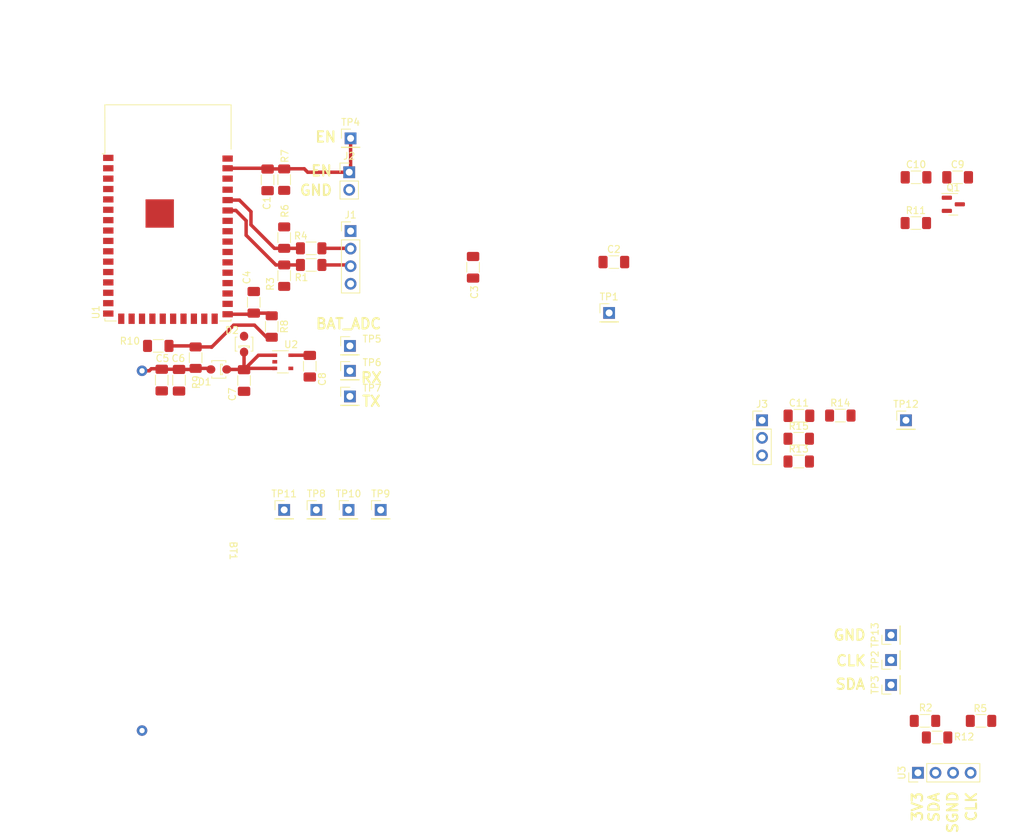
<source format=kicad_pcb>
(kicad_pcb (version 20211014) (generator pcbnew)
  (layers (0 "F.Cu" signal) (31 "B.Cu" signal) (34 "B.Paste" user) (35 "F.Paste" user) (36 "B.SilkS" user "B.Silkscreen") (37 "F.SilkS" user "F.Silkscreen") (38 "B.Mask" user) (39 "F.Mask" user) (44 "Edge.Cuts" user))
  (net 0 "")
  (net 1 "+BATT")
  (net 2 "GND")
  (net 3 "/ESP32_SOLO/ENABLE")
  (net 4 "+3V3")
  (net 5 "Net-(C4-Pad1)")
  (net 6 "Net-(C7-Pad1)")
  (net 7 "+5V")
  (net 8 "Net-(J1-Pad2)")
  (net 9 "Net-(J1-Pad3)")
  (net 10 "Net-(Q1-Pad1)")
  (net 11 "/sensor/sensor_gnd")
  (net 12 "/ESP32_SOLO/TXD0")
  (net 13 "SDA")
  (net 14 "/ESP32_SOLO/RXD0")
  (net 15 "CLK")
  (net 16 "ADC_IN")
  (net 17 "SENSOR_ON")
  (net 21 "ADC_SNS_IN")
  (net 50 "Net-(J3-Pad2)")
  (footprint "Capacitor_SMD:C_1206_3216Metric_Pad1.33x1.80mm_HandSolder" (layer "F.Cu") (at 151.2 77.4)
    (fp_text reference "C11" (at 0 -1.85) (layer "F.SilkS"))
    (fp_text value "200nf")
    (fp_line (start -0.711252 0.91) (end 0.711252 0.91) (layer "F.SilkS") (width 0.12))
    (fp_line (start -0.711252 -0.91) (end 0.711252 -0.91) (layer "F.SilkS") (width 0.12))
    (pad "1" smd roundrect locked (at -1.5625 0) (size 1.325 1.8) (layers "F.Cu" "F.Paste" "F.Mask") (roundrect_rratio 0.188679) (net 21 "ADC_SNS_IN"))
    (pad "2" smd roundrect locked (at 1.5625 0) (size 1.325 1.8) (layers "F.Cu" "F.Paste" "F.Mask") (roundrect_rratio 0.188679) (net 11 "/sensor/sensor_gnd"))
  )
  (footprint "Resistor_SMD:R_1206_3216Metric_Pad1.30x1.75mm_HandSolder" (layer "F.Cu") (at 76.8 43.27 90)
    (fp_text reference "R7" (at 3.4 0.1 90) (layer "F.SilkS"))
    (fp_text value "10k")
    (fp_line (start -0.727064 -0.91) (end 0.727064 -0.91) (layer "F.SilkS") (width 0.12))
    (fp_line (start -0.727064 0.91) (end 0.727064 0.91) (layer "F.SilkS") (width 0.12))
    (pad "1" smd roundrect locked (at -1.55 0 90) (size 1.3 1.75) (layers "F.Cu" "F.Paste" "F.Mask") (roundrect_rratio 0.192308) (net 4 "+3V3"))
    (pad "2" smd roundrect locked (at 1.55 0 90) (size 1.3 1.75) (layers "F.Cu" "F.Paste" "F.Mask") (roundrect_rratio 0.192308) (net 3 "/ESP32_SOLO/ENABLE"))
  )
  (footprint "Connector_PinHeader_2.54mm:PinHeader_1x01_P2.54mm_Vertical" (layer "F.Cu") (at 123.767 62.533)
    (fp_text reference "TP1" (at 0 -2.33) (layer "F.SilkS"))
    (fp_text value "TestPoint")
    (fp_line (start -1.33 1.27) (end 1.33 1.27) (layer "F.SilkS") (width 0.12))
    (fp_line (start -1.33 1.33) (end 1.33 1.33) (layer "F.SilkS") (width 0.12))
    (fp_line (start -1.33 0) (end -1.33 -1.33) (layer "F.SilkS") (width 0.12))
    (fp_line (start -1.33 1.27) (end -1.33 1.33) (layer "F.SilkS") (width 0.12))
    (fp_line (start -1.33 -1.33) (end 0 -1.33) (layer "F.SilkS") (width 0.12))
    (fp_line (start 1.33 1.27) (end 1.33 1.33) (layer "F.SilkS") (width 0.12))
    (pad "1" thru_hole rect locked (at 0 0) (size 1.7 1.7) (drill 1) (layers *.Cu *.Mask) (net 17 "SENSOR_ON"))
  )
  (footprint "Resistor_SMD:R_1206_3216Metric_Pad1.30x1.75mm_HandSolder" (layer "F.Cu") (at 58.6 67.3 180)
    (fp_text reference "R10" (at 4.1 0.7) (layer "F.SilkS"))
    (fp_text value "325K")
    (fp_line (start -0.727064 0.91) (end 0.727064 0.91) (layer "F.SilkS") (width 0.12))
    (fp_line (start -0.727064 -0.91) (end 0.727064 -0.91) (layer "F.SilkS") (width 0.12))
    (pad "1" smd roundrect locked (at -1.55 0 180) (size 1.3 1.75) (layers "F.Cu" "F.Paste" "F.Mask") (roundrect_rratio 0.192308) (net 16 "ADC_IN"))
    (pad "2" smd roundrect locked (at 1.55 0 180) (size 1.3 1.75) (layers "F.Cu" "F.Paste" "F.Mask") (roundrect_rratio 0.192308) (net 2 "GND"))
  )
  (footprint "Resistor_SMD:R_1206_3216Metric_Pad1.30x1.75mm_HandSolder" (layer "F.Cu") (at 169.42 121.5 180)
    (fp_text reference "R2" (at -0.1 1.9) (layer "F.SilkS"))
    (fp_text value "4.7k")
    (fp_line (start -0.727064 -0.91) (end 0.727064 -0.91) (layer "F.SilkS") (width 0.12))
    (fp_line (start -0.727064 0.91) (end 0.727064 0.91) (layer "F.SilkS") (width 0.12))
    (pad "1" smd roundrect locked (at -1.55 0 180) (size 1.3 1.75) (layers "F.Cu" "F.Paste" "F.Mask") (roundrect_rratio 0.192308) (net 13 "SDA"))
    (pad "2" smd roundrect locked (at 1.55 0 180) (size 1.3 1.75) (layers "F.Cu" "F.Paste" "F.Mask") (roundrect_rratio 0.192308) (net 4 "+3V3"))
  )
  (footprint "Connector_PinHeader_2.54mm:PinHeader_1x01_P2.54mm_Vertical" (layer "F.Cu") (at 86.4 37.3)
    (fp_text reference "TP4" (at 0 -2.33) (layer "F.SilkS"))
    (fp_text value "TestPoint" hide)
    (fp_line (start -1.33 1.33) (end 1.33 1.33) (layer "F.SilkS") (width 0.12))
    (fp_line (start -1.33 -1.33) (end 0 -1.33) (layer "F.SilkS") (width 0.12))
    (fp_line (start -1.33 1.27) (end -1.33 1.33) (layer "F.SilkS") (width 0.12))
    (fp_line (start 1.33 1.27) (end 1.33 1.33) (layer "F.SilkS") (width 0.12))
    (fp_line (start -1.33 1.27) (end 1.33 1.27) (layer "F.SilkS") (width 0.12))
    (fp_line (start -1.33 0) (end -1.33 -1.33) (layer "F.SilkS") (width 0.12))
    (pad "1" thru_hole rect locked (at 0 0) (size 1.7 1.7) (drill 1) (layers *.Cu *.Mask) (net 3 "/ESP32_SOLO/ENABLE"))
  )
  (footprint "Connector_PinHeader_2.54mm:PinHeader_1x01_P2.54mm_Vertical" (layer "F.Cu") (at 164.52 116.3 90)
    (fp_text reference "TP3" (at 0 -2.33 90) (layer "F.SilkS"))
    (fp_text value "TestPoint" hide)
    (fp_line (start -1.33 1.27) (end -1.33 1.33) (layer "F.SilkS") (width 0.12))
    (fp_line (start 1.33 1.27) (end 1.33 1.33) (layer "F.SilkS") (width 0.12))
    (fp_line (start -1.33 0) (end -1.33 -1.33) (layer "F.SilkS") (width 0.12))
    (fp_line (start -1.33 1.27) (end 1.33 1.27) (layer "F.SilkS") (width 0.12))
    (fp_line (start -1.33 -1.33) (end 0 -1.33) (layer "F.SilkS") (width 0.12))
    (fp_line (start -1.33 1.33) (end 1.33 1.33) (layer "F.SilkS") (width 0.12))
    (pad "1" thru_hole rect locked (at 0 0 90) (size 1.7 1.7) (drill 1) (layers *.Cu *.Mask) (net 13 "SDA"))
  )
  (footprint "Resistor_SMD:R_1206_3216Metric_Pad1.30x1.75mm_HandSolder" (layer "F.Cu") (at 177.52 121.5)
    (fp_text reference "R5" (at -0.1 -1.8) (layer "F.SilkS"))
    (fp_text value "4.7k")
    (fp_line (start -0.727064 0.91) (end 0.727064 0.91) (layer "F.SilkS") (width 0.12))
    (fp_line (start -0.727064 -0.91) (end 0.727064 -0.91) (layer "F.SilkS") (width 0.12))
    (pad "1" smd roundrect locked (at -1.55 0) (size 1.3 1.75) (layers "F.Cu" "F.Paste" "F.Mask") (roundrect_rratio 0.192308) (net 15 "CLK"))
    (pad "2" smd roundrect locked (at 1.55 0) (size 1.3 1.75) (layers "F.Cu" "F.Paste" "F.Mask") (roundrect_rratio 0.192308) (net 4 "+3V3"))
  )
  (footprint "Connector_PinHeader_2.54mm:PinHeader_1x01_P2.54mm_Vertical" (layer "F.Cu") (at 86.3 74.6)
    (fp_text reference "TP7" (at 3.2 -1.2) (layer "F.SilkS"))
    (fp_text value "TestPoint" hide)
    (fp_line (start -1.33 1.33) (end 1.33 1.33) (layer "F.SilkS") (width 0.12))
    (fp_line (start -1.33 0) (end -1.33 -1.33) (layer "F.SilkS") (width 0.12))
    (fp_line (start -1.33 1.27) (end -1.33 1.33) (layer "F.SilkS") (width 0.12))
    (fp_line (start -1.33 -1.33) (end 0 -1.33) (layer "F.SilkS") (width 0.12))
    (fp_line (start -1.33 1.27) (end 1.33 1.27) (layer "F.SilkS") (width 0.12))
    (fp_line (start 1.33 1.27) (end 1.33 1.33) (layer "F.SilkS") (width 0.12))
    (pad "1" thru_hole rect locked (at 0 0) (size 1.7 1.7) (drill 1) (layers *.Cu *.Mask) (net 12 "/ESP32_SOLO/TXD0"))
  )
  (footprint "Capacitor_SMD:C_1206_3216Metric_Pad1.33x1.80mm_HandSolder" (layer "F.Cu") (at 59.1 72.2375 -90)
    (fp_text reference "C5" (at -3.1375 -0.1 180) (layer "F.SilkS"))
    (fp_text value "200nf")
    (fp_line (start -0.711252 -0.91) (end 0.711252 -0.91) (layer "F.SilkS") (width 0.12))
    (fp_line (start -0.711252 0.91) (end 0.711252 0.91) (layer "F.SilkS") (width 0.12))
    (pad "1" smd roundrect locked (at -1.5625 0 270) (size 1.325 1.8) (layers "F.Cu" "F.Paste" "F.Mask") (roundrect_rratio 0.188679) (net 1 "+BATT"))
    (pad "2" smd roundrect locked (at 1.5625 0 270) (size 1.325 1.8) (layers "F.Cu" "F.Paste" "F.Mask") (roundrect_rratio 0.188679) (net 2 "GND"))
  )
  (footprint "Connector_PinHeader_2.54mm:PinHeader_1x03_P2.54mm_Vertical" (layer "F.Cu") (at 145.87 78.05)
    (fp_text reference "J3" (at 0 -2.33) (layer "F.SilkS"))
    (fp_text value "Conn_01x03_Male")
    (fp_line (start -1.33 1.27) (end -1.33 6.41) (layer "F.SilkS") (width 0.12))
    (fp_line (start -1.33 0) (end -1.33 -1.33) (layer "F.SilkS") (width 0.12))
    (fp_line (start -1.33 -1.33) (end 0 -1.33) (layer "F.SilkS") (width 0.12))
    (fp_line (start 1.33 1.27) (end 1.33 6.41) (layer "F.SilkS") (width 0.12))
    (fp_line (start -1.33 1.27) (end 1.33 1.27) (layer "F.SilkS") (width 0.12))
    (fp_line (start -1.33 6.41) (end 1.33 6.41) (layer "F.SilkS") (width 0.12))
    (pad "1" thru_hole rect locked (at 0 0) (size 1.7 1.7) (drill 1) (layers *.Cu *.Mask) (net 11 "/sensor/sensor_gnd"))
    (pad "2" thru_hole oval locked (at 0 2.54) (size 1.7 1.7) (drill 1) (layers *.Cu *.Mask) (net 50 "Net-(J3-Pad2)"))
    (pad "3" thru_hole oval locked (at 0 5.08) (size 1.7 1.7) (drill 1) (layers *.Cu *.Mask) (net 4 "+3V3"))
  )
  (footprint "Connector_PinHeader_2.54mm:PinHeader_1x01_P2.54mm_Vertical" (layer "F.Cu") (at 166.67 78.05)
    (fp_text reference "TP12" (at 0 -2.33) (layer "F.SilkS"))
    (fp_text value "TestPoint")
    (fp_line (start -1.33 -1.33) (end 0 -1.33) (layer "F.SilkS") (width 0.12))
    (fp_line (start -1.33 0) (end -1.33 -1.33) (layer "F.SilkS") (width 0.12))
    (fp_line (start -1.33 1.27) (end -1.33 1.33) (layer "F.SilkS") (width 0.12))
    (fp_line (start -1.33 1.27) (end 1.33 1.27) (layer "F.SilkS") (width 0.12))
    (fp_line (start -1.33 1.33) (end 1.33 1.33) (layer "F.SilkS") (width 0.12))
    (fp_line (start 1.33 1.27) (end 1.33 1.33) (layer "F.SilkS") (width 0.12))
    (pad "1" thru_hole rect locked (at 0 0) (size 1.7 1.7) (drill 1) (layers *.Cu *.Mask) (net 21 "ADC_SNS_IN"))
  )
  (footprint "Capacitor_SMD:C_1206_3216Metric_Pad1.33x1.80mm_HandSolder" (layer "F.Cu") (at 72.4 61 90)
    (fp_text reference "C4" (at 3.6 -1 90) (layer "F.SilkS"))
    (fp_text value "1U")
    (fp_line (start -0.711252 0.91) (end 0.711252 0.91) (layer "F.SilkS") (width 0.12))
    (fp_line (start -0.711252 -0.91) (end 0.711252 -0.91) (layer "F.SilkS") (width 0.12))
    (pad "1" smd roundrect locked (at -1.5625 0 90) (size 1.325 1.8) (layers "F.Cu" "F.Paste" "F.Mask") (roundrect_rratio 0.188679) (net 5 "Net-(C4-Pad1)"))
    (pad "2" smd roundrect locked (at 1.5625 0 90) (size 1.325 1.8) (layers "F.Cu" "F.Paste" "F.Mask") (roundrect_rratio 0.188679) (net 2 "GND"))
  )
  (footprint "Capacitor_SMD:C_1206_3216Metric_Pad1.33x1.80mm_HandSolder" (layer "F.Cu") (at 74.4 43.3 90)
    (fp_text reference "C1" (at -3.3625 -0.1 90) (layer "F.SilkS"))
    (fp_text value "1U")
    (fp_line (start -0.711252 0.91) (end 0.711252 0.91) (layer "F.SilkS") (width 0.12))
    (fp_line (start -0.711252 -0.91) (end 0.711252 -0.91) (layer "F.SilkS") (width 0.12))
    (pad "1" smd roundrect locked (at -1.5625 0 90) (size 1.325 1.8) (layers "F.Cu" "F.Paste" "F.Mask") (roundrect_rratio 0.188679) (net 2 "GND"))
    (pad "2" smd roundrect locked (at 1.5625 0 90) (size 1.325 1.8) (layers "F.Cu" "F.Paste" "F.Mask") (roundrect_rratio 0.188679) (net 3 "/ESP32_SOLO/ENABLE"))
  )
  (footprint "Capacitor_SMD:C_1206_3216Metric_Pad1.33x1.80mm_HandSolder" (layer "F.Cu") (at 104.1 55.9375 -90)
    (fp_text reference "C3" (at 3.6 -0.2 90) (layer "F.SilkS"))
    (fp_text value "0.1U")
    (fp_line (start -0.711252 0.91) (end 0.711252 0.91) (layer "F.SilkS") (width 0.12))
    (fp_line (start -0.711252 -0.91) (end 0.711252 -0.91) (layer "F.SilkS") (width 0.12))
    (pad "1" smd roundrect locked (at -1.5625 0 270) (size 1.325 1.8) (layers "F.Cu" "F.Paste" "F.Mask") (roundrect_rratio 0.188679) (net 2 "GND"))
    (pad "2" smd roundrect locked (at 1.5625 0 270) (size 1.325 1.8) (layers "F.Cu" "F.Paste" "F.Mask") (roundrect_rratio 0.188679) (net 4 "+3V3"))
  )
  (footprint "Resistor_SMD:R_1206_3216Metric_Pad1.30x1.75mm_HandSolder" (layer "F.Cu") (at 75 64.5 -90)
    (fp_text reference "R8" (at 0 -1.82 90) (layer "F.SilkS"))
    (fp_text value "10k")
    (fp_line (start -0.727064 -0.91) (end 0.727064 -0.91) (layer "F.SilkS") (width 0.12))
    (fp_line (start -0.727064 0.91) (end 0.727064 0.91) (layer "F.SilkS") (width 0.12))
    (pad "1" smd roundrect locked (at -1.55 0 270) (size 1.3 1.75) (layers "F.Cu" "F.Paste" "F.Mask") (roundrect_rratio 0.192308) (net 5 "Net-(C4-Pad1)"))
    (pad "2" smd roundrect locked (at 1.55 0 270) (size 1.3 1.75) (layers "F.Cu" "F.Paste" "F.Mask") (roundrect_rratio 0.192308) (net 16 "ADC_IN"))
  )
  (footprint "Capacitor_SMD:C_1206_3216Metric_Pad1.33x1.80mm_HandSolder" (layer "F.Cu") (at 80.5 70.2375 -90)
    (fp_text reference "C8" (at 1.8625 -1.8 90) (layer "F.SilkS"))
    (fp_text value "1U")
    (fp_line (start -0.711252 0.91) (end 0.711252 0.91) (layer "F.SilkS") (width 0.12))
    (fp_line (start -0.711252 -0.91) (end 0.711252 -0.91) (layer "F.SilkS") (width 0.12))
    (pad "1" smd roundrect locked (at -1.5625 0 270) (size 1.325 1.8) (layers "F.Cu" "F.Paste" "F.Mask") (roundrect_rratio 0.188679) (net 4 "+3V3"))
    (pad "2" smd roundrect locked (at 1.5625 0 270) (size 1.325 1.8) (layers "F.Cu" "F.Paste" "F.Mask") (roundrect_rratio 0.188679) (net 2 "GND"))
  )
  (footprint "Capacitor_SMD:C_1206_3216Metric_Pad1.33x1.80mm_HandSolder" (layer "F.Cu") (at 61.6 72.2625 -90)
    (fp_text reference "C6" (at -3.1625 0.1 180) (layer "F.SilkS"))
    (fp_text value "22pf")
    (fp_line (start -0.711252 -0.91) (end 0.711252 -0.91) (layer "F.SilkS") (width 0.12))
    (fp_line (start -0.711252 0.91) (end 0.711252 0.91) (layer "F.SilkS") (width 0.12))
    (pad "1" smd roundrect locked (at -1.5625 0 270) (size 1.325 1.8) (layers "F.Cu" "F.Paste" "F.Mask") (roundrect_rratio 0.188679) (net 1 "+BATT"))
    (pad "2" smd roundrect locked (at 1.5625 0 270) (size 1.325 1.8) (layers "F.Cu" "F.Paste" "F.Mask") (roundrect_rratio 0.188679) (net 2 "GND"))
  )
  (footprint "gliese:AA_BATTERYCASE_2460" (layer "F.Cu") (at 56.254 96.9 -90)
    (fp_text reference "BT1" (at 0 -13.184 -90 unlocked) (layer "F.SilkS"))
    (fp_text value "Battery_Cell")
    (pad "1" thru_hole circle (at -26 0 270) (size 1.524 1.524) (drill 0.762) (layers *.Cu *.Mask) (net 1 "+BATT"))
    (pad "2" thru_hole circle (at 26 0 270) (size 1.524 1.524) (drill 0.762) (layers *.Cu *.Mask) (net 2 "GND"))
  )
  (footprint "gliese:CUS10S30" (layer "F.Cu") (at 71 67.05 90)
    (fp_text reference "D2" (at 2 -1.735 unlocked) (layer "F.SilkS"))
    (fp_text value "D_Schottky" hide)
    (fp_line (start -1.016 1.27) (end -1.016 1.016) (layer "F.SilkS") (width 0.12))
    (fp_line (start -0.508 -0.762) (end -0.508 -0.508) (layer "F.SilkS") (width 0.12))
    (fp_line (start -1.016 -1.016) (end -1.016 -1.27) (layer "F.SilkS") (width 0.12))
    (fp_line (start 1.016 1.016) (end 1.016 1.27) (layer "F.SilkS") (width 0.12))
    (fp_line (start -0.508 0.762) (end -0.508 0.508) (layer "F.SilkS") (width 0.12))
    (fp_line (start -0.254 -0.762) (end -0.508 -0.762) (layer "F.SilkS") (width 0.12))
    (fp_line (start -1.016 -1.27) (end 1.016 -1.27) (layer "F.SilkS") (width 0.12))
    (fp_line (start -0.254 -0.762) (end -0.254 0.762) (layer "F.SilkS") (width 0.12))
    (fp_line (start 1.016 -1.27) (end 1.016 -1.016) (layer "F.SilkS") (width 0.12))
    (fp_line (start 1.016 1.27) (end -1.016 1.27) (layer "F.SilkS") (width 0.12))
    (fp_line (start -0.254 0.762) (end -0.508 0.762) (layer "F.SilkS") (width 0.12))
    (pad "1" smd oval (at -1.15 0 90) (size 1.3 1.2) (layers "F.Cu" "F.Paste" "F.Mask") (net 6 "Net-(C7-Pad1)"))
    (pad "2" smd oval (at 1.15 0 90) (size 1.3 1.2) (layers "F.Cu" "F.Paste" "F.Mask") (net 7 "+5V"))
  )
  (footprint "Resistor_SMD:R_1206_3216Metric_Pad1.30x1.75mm_HandSolder" (layer "F.Cu") (at 64 69 -90)
    (fp_text reference "R9" (at 3.55 -0.1 90) (layer "F.SilkS"))
    (fp_text value "85K")
    (fp_line (start -0.727064 0.91) (end 0.727064 0.91) (layer "F.SilkS") (width 0.12))
    (fp_line (start -0.727064 -0.91) (end 0.727064 -0.91) (layer "F.SilkS") (width 0.12))
    (pad "1" smd roundrect locked (at -1.55 0 270) (size 1.3 1.75) (layers "F.Cu" "F.Paste" "F.Mask") (roundrect_rratio 0.192308) (net 16 "ADC_IN"))
    (pad "2" smd roundrect locked (at 1.55 0 270) (size 1.3 1.75) (layers "F.Cu" "F.Paste" "F.Mask") (roundrect_rratio 0.192308) (net 1 "+BATT"))
  )
  (footprint "Resistor_SMD:R_1206_3216Metric_Pad1.30x1.75mm_HandSolder" (layer "F.Cu") (at 76.8 51.65 -90)
    (fp_text reference "R6" (at -3.85 -0.1 90) (layer "F.SilkS"))
    (fp_text value "20k")
    (fp_line (start -0.727064 0.91) (end 0.727064 0.91) (layer "F.SilkS") (width 0.12))
    (fp_line (start -0.727064 -0.91) (end 0.727064 -0.91) (layer "F.SilkS") (width 0.12))
    (pad "1" smd roundrect locked (at -1.55 0 270) (size 1.3 1.75) (layers "F.Cu" "F.Paste" "F.Mask") (roundrect_rratio 0.192308) (net 2 "GND"))
    (pad "2" smd roundrect locked (at 1.55 0 270) (size 1.3 1.75) (layers "F.Cu" "F.Paste" "F.Mask") (roundrect_rratio 0.192308) (net 14 "/ESP32_SOLO/RXD0"))
  )
  (footprint "Resistor_SMD:R_1206_3216Metric_Pad1.30x1.75mm_HandSolder" (layer "F.Cu") (at 76.8 57.15 90)
    (fp_text reference "R3" (at -1.2 -2 90) (layer "F.SilkS"))
    (fp_text value "20k")
    (fp_line (start -0.727064 -0.91) (end 0.727064 -0.91) (layer "F.SilkS") (width 0.12))
    (fp_line (start -0.727064 0.91) (end 0.727064 0.91) (layer "F.SilkS") (width 0.12))
    (pad "1" smd roundrect locked (at -1.55 0 90) (size 1.3 1.75) (layers "F.Cu" "F.Paste" "F.Mask") (roundrect_rratio 0.192308) (net 2 "GND"))
    (pad "2" smd roundrect locked (at 1.55 0 90) (size 1.3 1.75) (layers "F.Cu" "F.Paste" "F.Mask") (roundrect_rratio 0.192308) (net 12 "/ESP32_SOLO/TXD0"))
  )
  (footprint "gliese:CUS10S30" (layer "F.Cu") (at 67.35 70.7 180)
    (fp_text reference "D1" (at 2.05 -1.8 unlocked) (layer "F.SilkS"))
    (fp_text value "D_Schottky" hide)
    (fp_line (start 1.016 1.016) (end 1.016 1.27) (layer "F.SilkS") (width 0.12))
    (fp_line (start 1.016 1.27) (end -1.016 1.27) (layer "F.SilkS") (width 0.12))
    (fp_line (start -0.508 -0.762) (end -0.508 -0.508) (layer "F.SilkS") (width 0.12))
    (fp_line (start -0.254 -0.762) (end -0.254 0.762) (layer "F.SilkS") (width 0.12))
    (fp_line (start -1.016 -1.27) (end 1.016 -1.27) (layer "F.SilkS") (width 0.12))
    (fp_line (start 1.016 -1.27) (end 1.016 -1.016) (layer "F.SilkS") (width 0.12))
    (fp_line (start -1.016 1.27) (end -1.016 1.016) (layer "F.SilkS") (width 0.12))
    (fp_line (start -1.016 -1.016) (end -1.016 -1.27) (layer "F.SilkS") (width 0.12))
    (fp_line (start -0.254 -0.762) (end -0.508 -0.762) (layer "F.SilkS") (width 0.12))
    (fp_line (start -0.508 0.762) (end -0.508 0.508) (layer "F.SilkS") (width 0.12))
    (fp_line (start -0.254 0.762) (end -0.508 0.762) (layer "F.SilkS") (width 0.12))
    (pad "1" smd oval (at -1.15 0 180) (size 1.3 1.2) (layers "F.Cu" "F.Paste" "F.Mask") (net 6 "Net-(C7-Pad1)"))
    (pad "2" smd oval (at 1.15 0 180) (size 1.3 1.2) (layers "F.Cu" "F.Paste" "F.Mask") (net 1 "+BATT"))
  )
  (footprint "Package_TO_SOT_SMD:SOT-23" (layer "F.Cu") (at 173.517 46.833)
    (fp_text reference "Q1" (at 0 -2.4) (layer "F.SilkS"))
    (fp_text value "BC817")
    (fp_line (start 0 1.56) (end -0.65 1.56) (layer "F.SilkS") (width 0.12))
    (fp_line (start 0 1.56) (end 0.65 1.56) (layer "F.SilkS") (width 0.12))
    (fp_line (start 0 -1.56) (end -1.675 -1.56) (layer "F.SilkS") (width 0.12))
    (fp_line (start 0 -1.56) (end 0.65 -1.56) (layer "F.SilkS") (width 0.12))
    (pad "1" smd roundrect locked (at -0.9375 -0.95) (size 1.475 0.6) (layers "F.Cu" "F.Paste" "F.Mask") (net 10 "Net-(Q1-Pad1)"))
    (pad "2" smd roundrect locked (at -0.9375 0.95) (size 1.475 0.6) (layers "F.Cu" "F.Paste" "F.Mask") (net 2 "GND"))
    (pad "3" smd roundrect locked (at 0.9375 0) (size 1.475 0.6) (layers "F.Cu" "F.Paste" "F.Mask") (net 11 "/sensor/sensor_gnd"))
  )
  (footprint "Resistor_SMD:R_1206_3216Metric_Pad1.30x1.75mm_HandSolder" (layer "F.Cu") (at 80.7 53.2 180)
    (fp_text reference "R4" (at 1.5 1.8) (layer "F.SilkS"))
    (fp_text value "10k")
    (fp_line (start -0.727064 0.91) (end 0.727064 0.91) (layer "F.SilkS") (width 0.12))
    (fp_line (start -0.727064 -0.91) (end 0.727064 -0.91) (layer "F.SilkS") (width 0.12))
    (pad "1" smd roundrect locked (at -1.55 0 180) (size 1.3 1.75) (layers "F.Cu" "F.Paste" "F.Mask") (roundrect_rratio 0.192308) (net 8 "Net-(J1-Pad2)"))
    (pad "2" smd roundrect locked (at 1.55 0 180) (size 1.3 1.75) (layers "F.Cu" "F.Paste" "F.Mask") (roundrect_rratio 0.192308) (net 14 "/ESP32_SOLO/RXD0"))
  )
  (footprint "Connector_PinHeader_2.54mm:PinHeader_1x04_P2.54mm_Vertical" (layer "F.Cu") (at 86.4 50.7)
    (fp_text reference "J1" (at 0 -2.33) (layer "F.SilkS"))
    (fp_text value "Conn_01x04_Male" hide)
    (fp_line (start -1.33 8.95) (end 1.33 8.95) (layer "F.SilkS") (width 0.12))
    (fp_line (start -1.33 1.27) (end -1.33 8.95) (layer "F.SilkS") (width 0.12))
    (fp_line (start -1.33 -1.33) (end 0 -1.33) (layer "F.SilkS") (width 0.12))
    (fp_line (start 1.33 1.27) (end 1.33 8.95) (layer "F.SilkS") (width 0.12))
    (fp_line (start -1.33 0) (end -1.33 -1.33) (layer "F.SilkS") (width 0.12))
    (fp_line (start -1.33 1.27) (end 1.33 1.27) (layer "F.SilkS") (width 0.12))
    (pad "1" thru_hole rect locked (at 0 0) (size 1.7 1.7) (drill 1) (layers *.Cu *.Mask) (net 7 "+5V"))
    (pad "2" thru_hole oval locked (at 0 2.54) (size 1.7 1.7) (drill 1) (layers *.Cu *.Mask) (net 8 "Net-(J1-Pad2)"))
    (pad "3" thru_hole oval locked (at 0 5.08) (size 1.7 1.7) (drill 1) (layers *.Cu *.Mask) (net 9 "Net-(J1-Pad3)"))
    (pad "4" thru_hole oval locked (at 0 7.62) (size 1.7 1.7) (drill 1) (layers *.Cu *.Mask) (net 2 "GND"))
  )
  (footprint "Capacitor_SMD:C_1206_3216Metric_Pad1.33x1.80mm_HandSolder" (layer "F.Cu") (at 174.137 42.933)
    (fp_text reference "C9" (at 0 -1.85) (layer "F.SilkS"))
    (fp_text value "200nf")
    (fp_line (start -0.711252 0.91) (end 0.711252 0.91) (layer "F.SilkS") (width 0.12))
    (fp_line (start -0.711252 -0.91) (end 0.711252 -0.91) (layer "F.SilkS") (width 0.12))
    (pad "1" smd roundrect locked (at -1.5625 0) (size 1.325 1.8) (layers "F.Cu" "F.Paste" "F.Mask") (roundrect_rratio 0.188679) (net 4 "+3V3"))
    (pad "2" smd roundrect locked (at 1.5625 0) (size 1.325 1.8) (layers "F.Cu" "F.Paste" "F.Mask") (roundrect_rratio 0.188679) (net 11 "/sensor/sensor_gnd"))
  )
  (footprint "Package_SO:TSOP-5_1.65x3.05mm_P0.95mm" (layer "F.Cu") (at 76.6 69.6)
    (fp_text reference "U2" (at 1.2 -2.5) (layer "F.SilkS"))
    (fp_text value "AP7365")
    (fp_line (start 0.8 -1.6) (end -1.5 -1.6) (layer "F.SilkS") (width 0.12))
    (fp_line (start -0.8 1.6) (end 0.8 1.6) (layer "F.SilkS") (width 0.12))
    (pad "1" smd rect locked (at -1.16 -0.95) (size 0.7 0.51) (layers "F.Cu" "F.Paste" "F.Mask") (net 6 "Net-(C7-Pad1)"))
    (pad "2" smd rect locked (at -1.16 0) (size 0.7 0.51) (layers "F.Cu" "F.Paste" "F.Mask") (net 2 "GND"))
    (pad "3" smd rect locked (at -1.16 0.95) (size 0.7 0.51) (layers "F.Cu" "F.Paste" "F.Mask") (net 6 "Net-(C7-Pad1)"))
    (pad "4" smd rect locked (at 1.16 0.95) (size 0.7 0.51) (layers "F.Cu" "F.Paste" "F.Mask"))
    (pad "5" smd rect locked (at 1.16 -0.95) (size 0.7 0.51) (layers "F.Cu" "F.Paste" "F.Mask") (net 4 "+3V3"))
  )
  (footprint "Resistor_SMD:R_1206_3216Metric_Pad1.30x1.75mm_HandSolder" (layer "F.Cu") (at 151.17 84.01)
    (fp_text reference "R13" (at 0 -1.82) (layer "F.SilkS"))
    (fp_text value "0")
    (fp_line (start -0.727064 -0.91) (end 0.727064 -0.91) (layer "F.SilkS") (width 0.12))
    (fp_line (start -0.727064 0.91) (end 0.727064 0.91) (layer "F.SilkS") (width 0.12))
    (pad "1" smd roundrect locked (at -1.55 0) (size 1.3 1.75) (layers "F.Cu" "F.Paste" "F.Mask") (roundrect_rratio 0.192308) (net 11 "/sensor/sensor_gnd"))
    (pad "2" smd roundrect locked (at 1.55 0) (size 1.3 1.75) (layers "F.Cu" "F.Paste" "F.Mask") (roundrect_rratio 0.192308) (net 2 "GND"))
  )
  (footprint "Connector_PinHeader_2.54mm:PinHeader_1x01_P2.54mm_Vertical" (layer "F.Cu") (at 81.45 91)
    (fp_text reference "TP8" (at 0 -2.33) (layer "F.SilkS"))
    (fp_text value "TestPoint")
    (fp_line (start 1.33 1.27) (end 1.33 1.33) (layer "F.SilkS") (width 0.12))
    (fp_line (start -1.33 1.27) (end -1.33 1.33) (layer "F.SilkS") (width 0.12))
    (fp_line (start -1.33 0) (end -1.33 -1.33) (layer "F.SilkS") (width 0.12))
    (fp_line (start -1.33 -1.33) (end 0 -1.33) (layer "F.SilkS") (width 0.12))
    (fp_line (start -1.33 1.33) (end 1.33 1.33) (layer "F.SilkS") (width 0.12))
    (fp_line (start -1.33 1.27) (end 1.33 1.27) (layer "F.SilkS") (width 0.12))
    (pad "1" thru_hole rect locked (at 0 0) (size 1.7 1.7) (drill 1) (layers *.Cu *.Mask) (net 1 "+BATT"))
  )
  (footprint "Connector_PinHeader_2.54mm:PinHeader_1x01_P2.54mm_Vertical" (layer "F.Cu") (at 86.3 70.9)
    (fp_text reference "TP6" (at 3.2 -1.2) (layer "F.SilkS"))
    (fp_text value "TestPoint" hide)
    (fp_line (start 1.33 1.27) (end 1.33 1.33) (layer "F.SilkS") (width 0.12))
    (fp_line (start -1.33 1.33) (end 1.33 1.33) (layer "F.SilkS") (width 0.12))
    (fp_line (start -1.33 1.27) (end 1.33 1.27) (layer "F.SilkS") (width 0.12))
    (fp_line (start -1.33 1.27) (end -1.33 1.33) (layer "F.SilkS") (width 0.12))
    (fp_line (start -1.33 0) (end -1.33 -1.33) (layer "F.SilkS") (width 0.12))
    (fp_line (start -1.33 -1.33) (end 0 -1.33) (layer "F.SilkS") (width 0.12))
    (pad "1" thru_hole rect locked (at 0 0) (size 1.7 1.7) (drill 1) (layers *.Cu *.Mask) (net 14 "/ESP32_SOLO/RXD0"))
  )
  (footprint "Connector_PinHeader_2.54mm:PinHeader_1x01_P2.54mm_Vertical" (layer "F.Cu") (at 86.3 67.3)
    (fp_text reference "TP5" (at 3.2 -1) (layer "F.SilkS"))
    (fp_text value "TestPoint" hide)
    (fp_line (start 1.33 1.27) (end 1.33 1.33) (layer "F.SilkS") (width 0.12))
    (fp_line (start -1.33 0) (end -1.33 -1.33) (layer "F.SilkS") (width 0.12))
    (fp_line (start -1.33 -1.33) (end 0 -1.33) (layer "F.SilkS") (width 0.12))
    (fp_line (start -1.33 1.33) (end 1.33 1.33) (layer "F.SilkS") (width 0.12))
    (fp_line (start -1.33 1.27) (end -1.33 1.33) (layer "F.SilkS") (width 0.12))
    (fp_line (start -1.33 1.27) (end 1.33 1.27) (layer "F.SilkS") (width 0.12))
    (pad "1" thru_hole rect locked (at 0 0) (size 1.7 1.7) (drill 1) (layers *.Cu *.Mask) (net 5 "Net-(C4-Pad1)"))
  )
  (footprint "Capacitor_SMD:C_1206_3216Metric_Pad1.33x1.80mm_HandSolder" (layer "F.Cu") (at 168.127 42.933)
    (fp_text reference "C10" (at 0 -1.85) (layer "F.SilkS"))
    (fp_text value "22pf")
    (fp_line (start -0.711252 -0.91) (end 0.711252 -0.91) (layer "F.SilkS") (width 0.12))
    (fp_line (start -0.711252 0.91) (end 0.711252 0.91) (layer "F.SilkS") (width 0.12))
    (pad "1" smd roundrect locked (at -1.5625 0) (size 1.325 1.8) (layers "F.Cu" "F.Paste" "F.Mask") (roundrect_rratio 0.188679) (net 4 "+3V3"))
    (pad "2" smd roundrect locked (at 1.5625 0) (size 1.325 1.8) (layers "F.Cu" "F.Paste" "F.Mask") (roundrect_rratio 0.188679) (net 11 "/sensor/sensor_gnd"))
  )
  (footprint "Connector_PinHeader_2.54mm:PinHeader_1x01_P2.54mm_Vertical" (layer "F.Cu") (at 86.1 91)
    (fp_text reference "TP10" (at 0 -2.33) (layer "F.SilkS"))
    (fp_text value "TestPoint")
    (fp_line (start -1.33 1.27) (end 1.33 1.27) (layer "F.SilkS") (width 0.12))
    (fp_line (start 1.33 1.27) (end 1.33 1.33) (layer "F.SilkS") (width 0.12))
    (fp_line (start -1.33 0) (end -1.33 -1.33) (layer "F.SilkS") (width 0.12))
    (fp_line (start -1.33 -1.33) (end 0 -1.33) (layer "F.SilkS") (width 0.12))
    (fp_line (start -1.33 1.33) (end 1.33 1.33) (layer "F.SilkS") (width 0.12))
    (fp_line (start -1.33 1.27) (end -1.33 1.33) (layer "F.SilkS") (width 0.12))
    (pad "1" thru_hole rect locked (at 0 0) (size 1.7 1.7) (drill 1) (layers *.Cu *.Mask) (net 4 "+3V3"))
  )
  (footprint "Resistor_SMD:R_1206_3216Metric_Pad1.30x1.75mm_HandSolder" (layer "F.Cu") (at 168.097 49.543)
    (fp_text reference "R11" (at 0 -1.82) (layer "F.SilkS"))
    (fp_text value "4.7k")
    (fp_line (start -0.727064 -0.91) (end 0.727064 -0.91) (layer "F.SilkS") (width 0.12))
    (fp_line (start -0.727064 0.91) (end 0.727064 0.91) (layer "F.SilkS") (width 0.12))
    (pad "1" smd roundrect locked (at -1.55 0) (size 1.3 1.75) (layers "F.Cu" "F.Paste" "F.Mask") (roundrect_rratio 0.192308) (net 10 "Net-(Q1-Pad1)"))
    (pad "2" smd roundrect locked (at 1.55 0) (size 1.3 1.75) (layers "F.Cu" "F.Paste" "F.Mask") (roundrect_rratio 0.192308) (net 17 "SENSOR_ON"))
  )
  (footprint "Connector_PinHeader_2.54mm:PinHeader_1x01_P2.54mm_Vertical" (layer "F.Cu") (at 164.52 109.1 90)
    (fp_text reference "TP13" (at 0 -2.33 90) (layer "F.SilkS"))
    (fp_text value "TestPoint" hide)
    (fp_line (start -1.33 1.33) (end 1.33 1.33) (layer "F.SilkS") (width 0.12))
    (fp_line (start -1.33 -1.33) (end 0 -1.33) (layer "F.SilkS") (width 0.12))
    (fp_line (start -1.33 1.27) (end -1.33 1.33) (layer "F.SilkS") (width 0.12))
    (fp_line (start 1.33 1.27) (end 1.33 1.33) (layer "F.SilkS") (width 0.12))
    (fp_line (start -1.33 0) (end -1.33 -1.33) (layer "F.SilkS") (width 0.12))
    (fp_line (start -1.33 1.27) (end 1.33 1.27) (layer "F.SilkS") (width 0.12))
    (pad "1" thru_hole rect locked (at 0 0 90) (size 1.7 1.7) (drill 1) (layers *.Cu *.Mask) (net 2 "GND"))
  )
  (footprint "Connector_PinHeader_2.54mm:PinHeader_1x01_P2.54mm_Vertical" (layer "F.Cu") (at 164.52 112.7 90)
    (fp_text reference "TP2" (at 0 -2.33 90) (layer "F.SilkS"))
    (fp_text value "TestPoint" hide)
    (fp_line (start -1.33 1.27) (end -1.33 1.33) (layer "F.SilkS") (width 0.12))
    (fp_line (start -1.33 1.27) (end 1.33 1.27) (layer "F.SilkS") (width 0.12))
    (fp_line (start 1.33 1.27) (end 1.33 1.33) (layer "F.SilkS") (width 0.12))
    (fp_line (start -1.33 0) (end -1.33 -1.33) (layer "F.SilkS") (width 0.12))
    (fp_line (start -1.33 -1.33) (end 0 -1.33) (layer "F.SilkS") (width 0.12))
    (fp_line (start -1.33 1.33) (end 1.33 1.33) (layer "F.SilkS") (width 0.12))
    (pad "1" thru_hole rect locked (at 0 0 90) (size 1.7 1.7) (drill 1) (layers *.Cu *.Mask) (net 15 "CLK"))
  )
  (footprint "Capacitor_SMD:C_1206_3216Metric_Pad1.33x1.80mm_HandSolder" (layer "F.Cu") (at 124.447 55.183)
    (fp_text reference "C2" (at 0 -1.85) (layer "F.SilkS"))
    (fp_text value "22U")
    (fp_line (start -0.711252 0.91) (end 0.711252 0.91) (layer "F.SilkS") (width 0.12))
    (fp_line (start -0.711252 -0.91) (end 0.711252 -0.91) (layer "F.SilkS") (width 0.12))
    (pad "1" smd roundrect locked (at -1.5625 0) (size 1.325 1.8) (layers "F.Cu" "F.Paste" "F.Mask") (roundrect_rratio 0.188679) (net 2 "GND"))
    (pad "2" smd roundrect locked (at 1.5625 0) (size 1.325 1.8) (layers "F.Cu" "F.Paste" "F.Mask") (roundrect_rratio 0.188679) (net 4 "+3V3"))
  )
  (footprint "RF_Module:ESP32-S2-WROVER" (layer "F.Cu") (at 60 51.9)
    (fp_text reference "U1" (at -10.41 10.53 90) (layer "F.SilkS"))
    (fp_text value "ESP32-S2-WROVER")
    (fp_line (start -9.12 11.44) (end -9.12 11.8) (layer "F.SilkS") (width 0.12))
    (fp_line (start -9.125 -19.45) (end 9.13 -19.45) (layer "F.SilkS") (width 0.12))
    (fp_line (start -9.12 11.8) (end -7.46 11.8) (layer "F.SilkS") (width 0.12))
    (fp_line (start -9.11 -12.37) (end -9.5 -12.37) (layer "F.SilkS") (width 0.12))
    (fp_line (start -9.11 -12.37) (end -9.125 -19.45) (layer "F.SilkS") (width 0.12))
    (fp_line (start 9.13 -13.03) (end 9.13 -19.45) (layer "F.SilkS") (width 0.12))
    (fp_line (start 9.12 11.8) (end 7.46 11.8) (layer "F.SilkS") (width 0.12))
    (fp_line (start 9.12 11.54) (end 9.12 11.8) (layer "F.SilkS") (width 0.12))
    (pad "1" smd rect locked (at -8.625 -11.775) (size 1.5 0.9) (layers "F.Cu" "F.Paste" "F.Mask") (net 2 "GND"))
    (pad "2" smd rect locked (at -8.625 -10.275) (size 1.5 0.9) (layers "F.Cu" "F.Paste" "F.Mask") (net 4 "+3V3"))
    (pad "3" smd rect locked (at -8.625 -8.775) (size 1.5 0.9) (layers "F.Cu" "F.Paste" "F.Mask"))
    (pad "4" smd rect locked (at -8.625 -7.275) (size 1.5 0.9) (layers "F.Cu" "F.Paste" "F.Mask"))
    (pad "5" smd rect locked (at -8.625 -5.775) (size 1.5 0.9) (layers "F.Cu" "F.Paste" "F.Mask"))
    (pad "6" smd rect locked (at -8.625 -4.275) (size 1.5 0.9) (layers "F.Cu" "F.Paste" "F.Mask"))
    (pad "7" smd rect locked (at -8.625 -2.775) (size 1.5 0.9) (layers "F.Cu" "F.Paste" "F.Mask"))
    (pad "8" smd rect locked (at -8.625 -1.275) (size 1.5 0.9) (layers "F.Cu" "F.Paste" "F.Mask"))
    (pad "9" smd rect locked (at -8.625 0.225) (size 1.5 0.9) (layers "F.Cu" "F.Paste" "F.Mask"))
    (pad "10" smd rect locked (at -8.625 1.725) (size 1.5 0.9) (layers "F.Cu" "F.Paste" "F.Mask"))
    (pad "11" smd rect locked (at -8.625 3.225) (size 1.5 0.9) (layers "F.Cu" "F.Paste" "F.Mask"))
    (pad "12" smd rect locked (at -8.625 4.725) (size 1.5 0.9) (layers "F.Cu" "F.Paste" "F.Mask"))
    (pad "13" smd rect locked (at -8.625 6.225) (size 1.5 0.9) (layers "F.Cu" "F.Paste" "F.Mask"))
    (pad "14" smd rect locked (at -8.625 7.725) (size 1.5 0.9) (layers "F.Cu" "F.Paste" "F.Mask") (net 17 "SENSOR_ON"))
    (pad "15" smd rect locked (at -8.625 9.225 180) (size 1.5 0.9) (layers "F.Cu" "F.Paste" "F.Mask"))
    (pad "16" smd rect locked (at -8.625 10.725 180) (size 1.5 0.9) (layers "F.Cu" "F.Paste" "F.Mask"))
    (pad "17" smd rect locked (at -6.75 11.475) (size 0.9 1.5) (layers "F.Cu" "F.Paste" "F.Mask") (net 15 "CLK"))
    (pad "18" smd rect locked (at -5.25 11.475) (size 0.9 1.5) (layers "F.Cu" "F.Paste" "F.Mask") (net 13 "SDA"))
    (pad "19" smd rect locked (at -3.75 11.475) (size 0.9 1.5) (layers "F.Cu" "F.Paste" "F.Mask"))
    (pad "20" smd rect locked (at -2.25 11.475) (size 0.9 1.5) (layers "F.Cu" "F.Paste" "F.Mask"))
    (pad "21" smd rect locked (at -0.75 11.475) (size 0.9 1.5) (layers "F.Cu" "F.Paste" "F.Mask"))
    (pad "22" smd rect locked (at 0.75 11.475) (size 0.9 1.5) (layers "F.Cu" "F.Paste" "F.Mask"))
    (pad "23" smd rect locked (at 2.25 11.475) (size 0.9 1.5) (layers "F.Cu" "F.Paste" "F.Mask"))
    (pad "24" smd rect locked (at 3.75 11.475) (size 0.9 1.5) (layers "F.Cu" "F.Paste" "F.Mask"))
    (pad "25" smd rect locked (at 5.25 11.475) (size 0.9 1.5) (layers "F.Cu" "F.Paste" "F.Mask"))
    (pad "26" smd rect locked (at 6.75 11.475) (size 0.9 1.5) (layers "F.Cu" "F.Paste" "F.Mask") (net 2 "GND"))
    (pad "27" smd rect locked (at 8.625 10.825) (size 1.5 0.9) (layers "F.Cu" "F.Paste" "F.Mask") (net 5 "Net-(C4-Pad1)"))
    (pad "28" smd rect locked (at 8.625 9.325) (size 1.5 0.9) (layers "F.Cu" "F.Paste" "F.Mask") (net 21 "ADC_SNS_IN"))
    (pad "29" smd rect locked (at 8.625 7.825) (size 1.5 0.9) (layers "F.Cu" "F.Paste" "F.Mask"))
    (pad "30" smd rect locked (at 8.625 6.325) (size 1.5 0.9) (layers "F.Cu" "F.Paste" "F.Mask"))
    (pad "31" smd rect locked (at 8.625 4.825) (size 1.5 0.9) (layers "F.Cu" "F.Paste" "F.Mask"))
    (pad "32" smd rect locked (at 8.625 3.325) (size 1.5 0.9) (layers "F.Cu" "F.Paste" "F.Mask"))
    (pad "33" smd rect locked (at 8.625 1.825) (size 1.5 0.9) (layers "F.Cu" "F.Paste" "F.Mask"))
    (pad "34" smd rect locked (at 8.625 0.325) (size 1.5 0.9) (layers "F.Cu" "F.Paste" "F.Mask"))
    (pad "35" smd rect locked (at 8.625 -1.175) (size 1.5 0.9) (layers "F.Cu" "F.Paste" "F.Mask"))
    (pad "36" smd rect locked (at 8.625 -2.675) (size 1.5 0.9) (layers "F.Cu" "F.Paste" "F.Mask"))
    (pad "37" smd rect locked (at 8.625 -4.175) (size 1.5 0.9) (layers "F.Cu" "F.Paste" "F.Mask") (net 12 "/ESP32_SOLO/TXD0"))
    (pad "38" smd rect locked (at 8.625 -5.675) (size 1.5 0.9) (layers "F.Cu" "F.Paste" "F.Mask") (net 14 "/ESP32_SOLO/RXD0"))
    (pad "39" smd rect locked (at 8.625 -7.175) (size 1.5 0.9) (layers "F.Cu" "F.Paste" "F.Mask"))
    (pad "40" smd rect locked (at 8.625 -8.775) (size 1.5 0.9) (layers "F.Cu" "F.Paste" "F.Mask"))
    (pad "41" smd rect locked (at 8.625 -10.275) (size 1.5 0.9) (layers "F.Cu" "F.Paste" "F.Mask") (net 3 "/ESP32_SOLO/ENABLE"))
    (pad "42" smd rect locked (at 8.625 -11.675) (size 1.5 0.9) (layers "F.Cu" "F.Paste" "F.Mask") (net 2 "GND"))
    (pad "43" smd rect locked (at -1.19 -3.735) (size 4.1 4.1) (layers "F.Cu" "F.Paste" "F.Mask") (net 2 "GND"))
  )
  (footprint "Resistor_SMD:R_1206_3216Metric_Pad1.30x1.75mm_HandSolder" (layer "F.Cu") (at 157.18 77.37)
    (fp_text reference "R14" (at 0 -1.82) (layer "F.SilkS"))
    (fp_text value "100k")
    (fp_line (start -0.727064 0.91) (end 0.727064 0.91) (layer "F.SilkS") (width 0.12))
    (fp_line (start -0.727064 -0.91) (end 0.727064 -0.91) (layer "F.SilkS") (width 0.12))
    (pad "1" smd roundrect locked (at -1.55 0) (size 1.3 1.75) (layers "F.Cu" "F.Paste" "F.Mask") (roundrect_rratio 0.192308) (net 21 "ADC_SNS_IN"))
    (pad "2" smd roundrect locked (at 1.55 0) (size 1.3 1.75) (layers "F.Cu" "F.Paste" "F.Mask") (roundrect_rratio 0.192308) (net 50 "Net-(J3-Pad2)"))
  )
  (footprint "Capacitor_SMD:C_1206_3216Metric_Pad1.33x1.80mm_HandSolder" (layer "F.Cu") (at 71 72.3 -90)
    (fp_text reference "C7" (at 2 1.7 90) (layer "F.SilkS"))
    (fp_text value "1U")
    (fp_line (start -0.711252 -0.91) (end 0.711252 -0.91) (layer "F.SilkS") (width 0.12))
    (fp_line (start -0.711252 0.91) (end 0.711252 0.91) (layer "F.SilkS") (width 0.12))
    (pad "1" smd roundrect locked (at -1.5625 0 270) (size 1.325 1.8) (layers "F.Cu" "F.Paste" "F.Mask") (roundrect_rratio 0.188679) (net 6 "Net-(C7-Pad1)"))
    (pad "2" smd roundrect locked (at 1.5625 0 270) (size 1.325 1.8) (layers "F.Cu" "F.Paste" "F.Mask") (roundrect_rratio 0.188679) (net 2 "GND"))
  )
  (footprint "Resistor_SMD:R_1206_3216Metric_Pad1.30x1.75mm_HandSolder" (layer "F.Cu") (at 80.7 55.6 180)
    (fp_text reference "R1" (at 1.4 -1.82) (layer "F.SilkS"))
    (fp_text value "10k")
    (fp_line (start -0.727064 0.91) (end 0.727064 0.91) (layer "F.SilkS") (width 0.12))
    (fp_line (start -0.727064 -0.91) (end 0.727064 -0.91) (layer "F.SilkS") (width 0.12))
    (pad "1" smd roundrect locked (at -1.55 0 180) (size 1.3 1.75) (layers "F.Cu" "F.Paste" "F.Mask") (roundrect_rratio 0.192308) (net 9 "Net-(J1-Pad3)"))
    (pad "2" smd roundrect locked (at 1.55 0 180) (size 1.3 1.75) (layers "F.Cu" "F.Paste" "F.Mask") (roundrect_rratio 0.192308) (net 12 "/ESP32_SOLO/TXD0"))
  )
  (footprint "Connector_PinHeader_2.54mm:PinHeader_1x01_P2.54mm_Vertical" (layer "F.Cu") (at 76.8 91)
    (fp_text reference "TP11" (at 0 -2.33) (layer "F.SilkS"))
    (fp_text value "TestPoint")
    (fp_line (start -1.33 1.27) (end 1.33 1.27) (layer "F.SilkS") (width 0.12))
    (fp_line (start 1.33 1.27) (end 1.33 1.33) (layer "F.SilkS") (width 0.12))
    (fp_line (start -1.33 1.27) (end -1.33 1.33) (layer "F.SilkS") (width 0.12))
    (fp_line (start -1.33 0) (end -1.33 -1.33) (layer "F.SilkS") (width 0.12))
    (fp_line (start -1.33 1.33) (end 1.33 1.33) (layer "F.SilkS") (width 0.12))
    (fp_line (start -1.33 -1.33) (end 0 -1.33) (layer "F.SilkS") (width 0.12))
    (pad "1" thru_hole rect locked (at 0 0) (size 1.7 1.7) (drill 1) (layers *.Cu *.Mask) (net 2 "GND"))
  )
  (footprint "Connector_PinHeader_2.54mm:PinHeader_1x02_P2.54mm_Vertical" (layer "F.Cu") (at 86.2 42.2)
    (fp_text reference "J2" (at 0 -2.33) (layer "F.SilkS"))
    (fp_text value "Conn_01x02_Male" hide)
    (fp_line (start -1.33 -1.33) (end 0 -1.33) (layer "F.SilkS") (width 0.12))
    (fp_line (start -1.33 3.87) (end 1.33 3.87) (layer "F.SilkS") (width 0.12))
    (fp_line (start -1.33 1.27) (end 1.33 1.27) (layer "F.SilkS") (width 0.12))
    (fp_line (start 1.33 1.27) (end 1.33 3.87) (layer "F.SilkS") (width 0.12))
    (fp_line (start -1.33 0) (end -1.33 -1.33) (layer "F.SilkS") (width 0.12))
    (fp_line (start -1.33 1.27) (end -1.33 3.87) (layer "F.SilkS") (width 0.12))
    (pad "1" thru_hole rect locked (at 0 0) (size 1.7 1.7) (drill 1) (layers *.Cu *.Mask) (net 3 "/ESP32_SOLO/ENABLE"))
    (pad "2" thru_hole oval locked (at 0 2.54) (size 1.7 1.7) (drill 1) (layers *.Cu *.Mask) (net 2 "GND"))
  )
  (footprint "Connector_PinHeader_2.54mm:PinHeader_1x01_P2.54mm_Vertical" (layer "F.Cu") (at 90.75 91)
    (fp_text reference "TP9" (at 0 -2.33) (layer "F.SilkS"))
    (fp_text value "TestPoint")
    (fp_line (start -1.33 1.33) (end 1.33 1.33) (layer "F.SilkS") (width 0.12))
    (fp_line (start -1.33 1.27) (end 1.33 1.27) (layer "F.SilkS") (width 0.12))
    (fp_line (start -1.33 -1.33) (end 0 -1.33) (layer "F.SilkS") (width 0.12))
    (fp_line (start -1.33 1.27) (end -1.33 1.33) (layer "F.SilkS") (width 0.12))
    (fp_line (start -1.33 0) (end -1.33 -1.33) (layer "F.SilkS") (width 0.12))
    (fp_line (start 1.33 1.27) (end 1.33 1.33) (layer "F.SilkS") (width 0.12))
    (pad "1" thru_hole rect locked (at 0 0) (size 1.7 1.7) (drill 1) (layers *.Cu *.Mask) (net 7 "+5V"))
  )
  (footprint "Resistor_SMD:R_1206_3216Metric_Pad1.30x1.75mm_HandSolder" (layer "F.Cu") (at 151.17 80.72)
    (fp_text reference "R15" (at 0 -1.82) (layer "F.SilkS"))
    (fp_text value "0")
    (fp_line (start -0.727064 0.91) (end 0.727064 0.91) (layer "F.SilkS") (width 0.12))
    (fp_line (start -0.727064 -0.91) (end 0.727064 -0.91) (layer "F.SilkS") (width 0.12))
    (pad "1" smd roundrect locked (at -1.55 0) (size 1.3 1.75) (layers "F.Cu" "F.Paste" "F.Mask") (roundrect_rratio 0.192308) (net 11 "/sensor/sensor_gnd"))
    (pad "2" smd roundrect locked (at 1.55 0) (size 1.3 1.75) (layers "F.Cu" "F.Paste" "F.Mask") (roundrect_rratio 0.192308) (net 2 "GND"))
  )
  (footprint "Resistor_SMD:R_1206_3216Metric_Pad1.30x1.75mm_HandSolder" (layer "F.Cu") (at 171.17 123.9 180)
    (fp_text reference "R12" (at -3.9 0.1) (layer "F.SilkS"))
    (fp_text value "0")
    (fp_line (start -0.727064 0.91) (end 0.727064 0.91) (layer "F.SilkS") (width 0.12))
    (fp_line (start -0.727064 -0.91) (end 0.727064 -0.91) (layer "F.SilkS") (width 0.12))
    (pad "1" smd roundrect locked (at -1.55 0 180) (size 1.3 1.75) (layers "F.Cu" "F.Paste" "F.Mask") (roundrect_rratio 0.192308) (net 11 "/sensor/sensor_gnd"))
    (pad "2" smd roundrect locked (at 1.55 0 180) (size 1.3 1.75) (layers "F.Cu" "F.Paste" "F.Mask") (roundrect_rratio 0.192308) (net 2 "GND"))
  )
  (footprint "Connector_PinHeader_2.54mm:PinHeader_1x04_P2.54mm_Vertical" (layer "F.Cu") (at 168.4 129 90)
    (fp_text reference "U3" (at 0 -2.33 90) (layer "F.SilkS"))
    (fp_text value "am2320")
    (fp_line (start 1.33 1.27) (end 1.33 8.95) (layer "F.SilkS") (width 0.12))
    (fp_line (start -1.33 8.95) (end 1.33 8.95) (layer "F.SilkS") (width 0.12))
    (fp_line (start -1.33 0) (end -1.33 -1.33) (layer "F.SilkS") (width 0.12))
    (fp_line (start -1.33 1.27) (end 1.33 1.27) (layer "F.SilkS") (width 0.12))
    (fp_line (start -1.33 1.27) (end -1.33 8.95) (layer "F.SilkS") (width 0.12))
    (fp_line (start -1.33 -1.33) (end 0 -1.33) (layer "F.SilkS") (width 0.12))
    (pad "1" thru_hole rect locked (at 0 0 90) (size 1.7 1.7) (drill 1) (layers *.Cu *.Mask) (net 4 "+3V3"))
    (pad "2" thru_hole oval locked (at 0 2.54 90) (size 1.7 1.7) (drill 1) (layers *.Cu *.Mask) (net 13 "SDA"))
    (pad "3" thru_hole oval locked (at 0 5.08 90) (size 1.7 1.7) (drill 1) (layers *.Cu *.Mask) (net 11 "/sensor/sensor_gnd"))
    (pad "4" thru_hole oval locked (at 0 7.62 90) (size 1.7 1.7) (drill 1) (layers *.Cu *.Mask) (net 15 "CLK"))
  )
  (gr_text "CLK" (at 176.12 133.9 90) (layer "F.SilkS") (effects (font (size 1.5 1.5) (thickness 0.3))))
  (gr_text "BAT_ADC" (at 86.1 64.1) (layer "F.SilkS") (effects (font (size 1.5 1.5) (thickness 0.3))))
  (gr_text "RX" (at 89.4 71.9) (layer "F.SilkS") (effects (font (size 1.5 1.5) (thickness 0.3))))
  (gr_text "SDA" (at 158.62 116.2) (layer "F.SilkS") (effects (font (size 1.5 1.5) (thickness 0.3))))
  (gr_text "SDA" (at 170.72 134 90) (layer "F.SilkS") (effects (font (size 1.5 1.5) (thickness 0.3))))
  (gr_text "CLK" (at 158.72 112.8) (layer "F.SilkS") (effects (font (size 1.5 1.5) (thickness 0.3))))
  (gr_text "TX" (at 89.4 75.3) (layer "F.SilkS") (effects (font (size 1.5 1.5) (thickness 0.3))))
  (gr_text "EN" (at 82.2 42) (layer "F.SilkS") (effects (font (size 1.5 1.5) (thickness 0.3))))
  (gr_text "GND" (at 81.4 44.8) (layer "F.SilkS") (effects (font (size 1.5 1.5) (thickness 0.3))))
  (gr_text "GND" (at 158.52 109.1) (layer "F.SilkS") (effects (font (size 1.5 1.5) (thickness 0.3))))
  (gr_text "EN" (at 82.8 37.1) (layer "F.SilkS") (effects (font (size 1.5 1.5) (thickness 0.3))))
  (gr_text "SGND" (at 173.42 134.7 90) (layer "F.SilkS") (effects (font (size 1.5 1.5) (thickness 0.3))))
  (gr_text "3V3" (at 168.32 133.9 90) (layer "F.SilkS") (effects (font (size 1.5 1.5) (thickness 0.3))))
  (segment (start 59.025 70.6) (end 59.1 70.675) (width 0.5) (layer "F.Cu") (net 1))
  (segment (start 57.6 70.6) (end 59.025 70.6) (width 0.5) (layer "F.Cu") (net 1))
  (segment (start 63.85 70.7) (end 64 70.55) (width 0.5) (layer "F.Cu") (net 1))
  (segment (start 57.3 70.9) (end 57.6 70.6) (width 0.5) (layer "F.Cu") (net 1))
  (segment (start 61.6 70.7) (end 63.85 70.7) (width 0.5) (layer "F.Cu") (net 1))
  (segment (start 56.254 70.9) (end 57.3 70.9) (width 0.5) (layer "F.Cu") (net 1))
  (segment (start 59.1 70.675) (end 61.575 70.675) (width 0.5) (layer "F.Cu") (net 1))
  (segment (start 66.05 70.55) (end 66.2 70.7) (width 0.5) (layer "F.Cu") (net 1))
  (segment (start 64 70.55) (end 66.05 70.55) (width 0.5) (layer "F.Cu") (net 1))
  (segment (start 61.575 70.675) (end 61.6 70.7) (width 0.5) (layer "F.Cu") (net 1))
  (segment (start 76.8 41.72) (end 74.4175 41.72) (width 0.5) (layer "F.Cu") (net 3))
  (segment (start 74.4 41.7375) (end 74.2875 41.625) (width 0.5) (layer "F.Cu") (net 3))
  (segment (start 79.7 41.7) (end 76.82 41.7) (width 0.5) (layer "F.Cu") (net 3))
  (segment (start 74.4175 41.72) (end 74.4 41.7375) (width 0.5) (layer "F.Cu") (net 3))
  (segment (start 80.2 42.2) (end 79.7 41.7) (width 0.5) (layer "F.Cu") (net 3))
  (segment (start 76.82 41.7) (end 76.8 41.72) (width 0.5) (layer "F.Cu") (net 3))
  (segment (start 86.4 42) (end 86.2 42.2) (width 0.5) (layer "F.Cu") (net 3))
  (segment (start 86.2 42.2) (end 80.2 42.2) (width 0.5) (layer "F.Cu") (net 3))
  (segment (start 74.2875 41.625) (end 68.625 41.625) (width 0.5) (layer "F.Cu") (net 3))
  (segment (start 86.4 37.3) (end 86.4 42) (width 0.5) (layer "F.Cu") (net 3))
  (segment (start 80.475 68.65) (end 80.5 68.675) (width 0.5) (layer "F.Cu") (net 4))
  (segment (start 77.76 68.65) (end 80.475 68.65) (width 0.5) (layer "F.Cu") (net 4))
  (segment (start 72.4 62.5625) (end 74.6125 62.5625) (width 0.5) (layer "F.Cu") (net 5))
  (segment (start 74.6125 62.5625) (end 75 62.95) (width 0.5) (layer "F.Cu") (net 5))
  (segment (start 72.2375 62.725) (end 72.4 62.5625) (width 0.5) (layer "F.Cu") (net 5))
  (segment (start 68.625 62.725) (end 72.2375 62.725) (width 0.5) (layer "F.Cu") (net 5))
  (segment (start 71 68.2) (end 71 70.7375) (width 0.5) (layer "F.Cu") (net 6))
  (segment (start 73.0875 68.65) (end 71 70.7375) (width 0.5) (layer "F.Cu") (net 6))
  (segment (start 68.5 70.7) (end 70.9625 70.7) (width 0.5) (layer "F.Cu") (net 6))
  (segment (start 71.1875 70.55) (end 71 70.7375) (width 0.5) (layer "F.Cu") (net 6))
  (segment (start 75.44 68.65) (end 73.0875 68.65) (width 0.5) (layer "F.Cu") (net 6))
  (segment (start 70.9625 70.7) (end 71 70.7375) (width 0.5) (layer "F.Cu") (net 6))
  (segment (start 75.44 70.55) (end 71.1875 70.55) (width 0.5) (layer "F.Cu") (net 6))
  (segment (start 82.25 53.2) (end 86.36 53.2) (width 0.5) (layer "F.Cu") (net 8))
  (segment (start 86.36 53.2) (end 86.4 53.24) (width 0.5) (layer "F.Cu") (net 8))
  (segment (start 86.22 55.6) (end 86.4 55.78) (width 0.5) (layer "F.Cu") (net 9))
  (segment (start 82.25 55.6) (end 86.22 55.6) (width 0.5) (layer "F.Cu") (net 9))
  (segment (start 71.30048 49.20048) (end 69.825 47.725) (width 0.5) (layer "F.Cu") (net 12))
  (segment (start 79.15 55.6) (end 76.8 55.6) (width 0.5) (layer "F.Cu") (net 12))
  (segment (start 75.6 55.6) (end 71.30048 51.30048) (width 0.5) (layer "F.Cu") (net 12))
  (segment (start 71.30048 51.30048) (end 71.30048 49.20048) (width 0.5) (layer "F.Cu") (net 12))
  (segment (start 76.8 55.6) (end 75.6 55.6) (width 0.5) (layer "F.Cu") (net 12))
  (segment (start 69.825 47.725) (end 68.625 47.725) (width 0.5) (layer "F.Cu") (net 12))
  (segment (start 71.999999 49.799999) (end 71.999999 47.899999) (width 0.5) (layer "F.Cu") (net 14))
  (segment (start 70.325 46.225) (end 68.625 46.225) (width 0.5) (layer "F.Cu") (net 14))
  (segment (start 71.999999 47.899999) (end 70.325 46.225) (width 0.5) (layer "F.Cu") (net 14))
  (segment (start 75.4 53.2) (end 71.999999 49.799999) (width 0.5) (layer "F.Cu") (net 14))
  (segment (start 76.8 53.2) (end 75.4 53.2) (width 0.5) (layer "F.Cu") (net 14))
  (segment (start 79.15 53.2) (end 76.8 53.2) (width 0.5) (layer "F.Cu") (net 14))
  (segment (start 74.25 66.05) (end 72.5 64.3) (width 0.5) (layer "F.Cu") (net 16))
  (segment (start 60.25 67.2) (end 60.15 67.3) (width 0.5) (layer "F.Cu") (net 16))
  (segment (start 75 66.05) (end 74.25 66.05) (width 0.5) (layer "F.Cu") (net 16))
  (segment (start 63.85 67.3) (end 64 67.45) (width 0.5) (layer "F.Cu") (net 16))
  (segment (start 64 67.45) (end 66.25 67.45) (width 0.5) (layer "F.Cu") (net 16))
  (segment (start 60.15 67.3) (end 63.85 67.3) (width 0.5) (layer "F.Cu") (net 16))
  (segment (start 72.5 64.3) (end 69.5 64.3) (width 0.5) (layer "F.Cu") (net 16))
  (segment (start 66.25 67.45) (end 66.3 67.5) (width 0.5) (layer "F.Cu") (net 16))
  (segment (start 69.5 64.3) (end 66.3 67.5) (width 0.5) (layer "F.Cu") (net 16))
)
</source>
